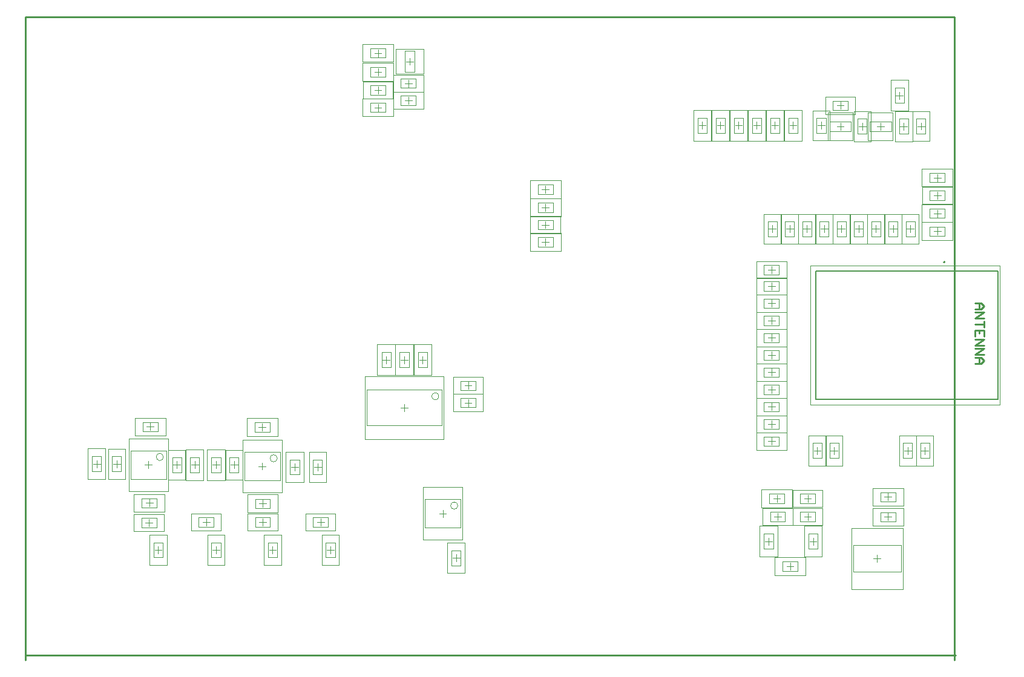
<source format=gm1>
G04*
G04 #@! TF.GenerationSoftware,Altium Limited,Altium Designer,22.0.2 (36)*
G04*
G04 Layer_Color=16711935*
%FSLAX44Y44*%
%MOMM*%
G71*
G04*
G04 #@! TF.SameCoordinates,44A75C0C-92E7-4886-82EC-FF5ABF5C97BD*
G04*
G04*
G04 #@! TF.FilePolarity,Positive*
G04*
G01*
G75*
%ADD11C,0.2540*%
%ADD13C,0.2000*%
%ADD14C,0.1000*%
%ADD15C,0.1270*%
%ADD16C,0.0500*%
D11*
X1300000D02*
Y900000D01*
X0D02*
X1300000D01*
X1270Y6350D02*
X1301270D01*
X0Y0D02*
Y900000D01*
X1300000Y0D02*
Y900000D01*
X0D02*
X1300000D01*
X1270Y6350D02*
X1301270D01*
X0Y0D02*
Y900000D01*
X1328170Y499660D02*
X1336634D01*
X1340866Y495428D01*
X1336634Y491196D01*
X1328170D01*
X1334518D01*
Y499660D01*
X1328170Y486964D02*
X1340866D01*
X1328170Y478500D01*
X1340866D01*
Y474268D02*
Y465804D01*
Y470036D01*
X1328170D01*
X1340866Y453108D02*
Y461572D01*
X1328170D01*
Y453108D01*
X1334518Y461572D02*
Y457340D01*
X1328170Y448876D02*
X1340866D01*
X1328170Y440412D01*
X1340866D01*
X1328170Y436181D02*
X1340866D01*
X1328170Y427717D01*
X1340866D01*
X1328170Y423485D02*
X1336634D01*
X1340866Y419253D01*
X1336634Y415021D01*
X1328170D01*
X1334518D01*
Y423485D01*
D13*
X1286770Y556660D02*
G03*
X1286770Y556660I-1000J0D01*
G01*
D14*
X578500Y369000D02*
G03*
X578500Y369000I-5000J0D01*
G01*
X605000Y216000D02*
G03*
X605000Y216000I-5000J0D01*
G01*
X352450Y282210D02*
G03*
X352450Y282210I-5000J0D01*
G01*
X193200Y284080D02*
G03*
X193200Y284080I-5000J0D01*
G01*
X1125270Y753760D02*
X1155270D01*
X1125270Y739760D02*
X1155270D01*
Y753760D01*
X1125270Y739760D02*
Y753760D01*
X1158170Y160320D02*
X1225170D01*
X1158170Y123320D02*
X1225170D01*
Y160320D01*
X1158170Y123320D02*
Y160320D01*
X477500Y378000D02*
X582500D01*
X477500Y328000D02*
X582500D01*
Y378000D01*
X477500Y328000D02*
Y378000D01*
X559000Y185000D02*
Y225000D01*
X609000Y185000D02*
Y225000D01*
X559000Y185000D02*
X609000D01*
X559000Y225000D02*
X609000D01*
X306450Y251210D02*
Y291210D01*
X356450Y251210D02*
Y291210D01*
X306450Y251210D02*
X356450D01*
X306450Y291210D02*
X356450D01*
X147200Y253080D02*
Y293080D01*
X197200Y253080D02*
Y293080D01*
X147200Y253080D02*
X197200D01*
X147200Y293080D02*
X197200D01*
X1084060Y232320D02*
X1105060D01*
X1084060Y219320D02*
X1105060D01*
X1084060D02*
Y232320D01*
X1105060Y219320D02*
Y232320D01*
X1042150Y206920D02*
X1063150D01*
X1042150Y193920D02*
X1063150D01*
X1042150D02*
Y206920D01*
X1063150Y193920D02*
Y206920D01*
X1084060D02*
X1105060D01*
X1084060Y193920D02*
X1105060D01*
X1084060D02*
Y206920D01*
X1105060Y193920D02*
Y206920D01*
X525500Y813500D02*
X546500D01*
X525500Y800500D02*
X546500D01*
X525500D02*
Y813500D01*
X546500Y800500D02*
Y813500D01*
X525500Y776500D02*
X546500D01*
X525500Y789500D02*
X546500D01*
Y776500D02*
Y789500D01*
X525500Y776500D02*
Y789500D01*
X596160Y132230D02*
Y153230D01*
X609160Y132230D02*
Y153230D01*
X596160Y132230D02*
X609160D01*
X596160Y153230D02*
X609160D01*
X1033440Y336700D02*
X1054440D01*
X1033440Y323700D02*
X1054440D01*
X1033440D02*
Y336700D01*
X1054440Y323700D02*
Y336700D01*
X1159360Y592750D02*
Y613750D01*
X1172360Y592750D02*
Y613750D01*
X1159360Y592750D02*
X1172360D01*
X1159360Y613750D02*
X1172360D01*
X1033440Y360830D02*
X1054440D01*
X1033440Y347830D02*
X1054440D01*
X1033440D02*
Y360830D01*
X1054440Y347830D02*
Y360830D01*
X1033440Y552600D02*
X1054440D01*
X1033440Y539600D02*
X1054440D01*
X1033440D02*
Y552600D01*
X1054440Y539600D02*
Y552600D01*
X1033440Y396090D02*
X1054440D01*
X1033440Y409090D02*
X1054440D01*
Y396090D02*
Y409090D01*
X1033440Y396090D02*
Y409090D01*
Y312570D02*
X1054440D01*
X1033440Y299570D02*
X1054440D01*
X1033440D02*
Y312570D01*
X1054440Y299570D02*
Y312570D01*
X1033440Y420220D02*
X1054440D01*
X1033440Y433220D02*
X1054440D01*
Y420220D02*
Y433220D01*
X1033440Y420220D02*
Y433220D01*
Y444350D02*
X1054440D01*
X1033440Y457350D02*
X1054440D01*
Y444350D02*
Y457350D01*
X1033440Y444350D02*
Y457350D01*
Y468480D02*
X1054440D01*
X1033440Y481480D02*
X1054440D01*
Y468480D02*
Y481480D01*
X1033440Y468480D02*
Y481480D01*
Y492610D02*
X1054440D01*
X1033440Y505610D02*
X1054440D01*
Y492610D02*
Y505610D01*
X1033440Y492610D02*
Y505610D01*
Y516740D02*
X1054440D01*
X1033440Y529740D02*
X1054440D01*
Y516740D02*
Y529740D01*
X1033440Y516740D02*
Y529740D01*
X1086970Y592750D02*
Y613750D01*
X1099970Y592750D02*
Y613750D01*
X1086970Y592750D02*
X1099970D01*
X1086970Y613750D02*
X1099970D01*
X1183490Y592750D02*
Y613750D01*
X1196490Y592750D02*
Y613750D01*
X1183490Y592750D02*
X1196490D01*
X1183490Y613750D02*
X1196490D01*
X1207620Y592750D02*
Y613750D01*
X1220620Y592750D02*
Y613750D01*
X1207620Y592750D02*
X1220620D01*
X1207620Y613750D02*
X1220620D01*
X1231750Y592750D02*
Y613750D01*
X1244750Y592750D02*
Y613750D01*
X1231750Y592750D02*
X1244750D01*
X1231750Y613750D02*
X1244750D01*
X609012Y390500D02*
X630012D01*
X609012Y377500D02*
X630012D01*
X609012D02*
Y390500D01*
X630012Y377500D02*
Y390500D01*
X609012Y366500D02*
X630012D01*
X609012Y353500D02*
X630012D01*
X609012D02*
Y366500D01*
X630012Y353500D02*
Y366500D01*
X1033440Y384960D02*
X1054440D01*
X1033440Y371960D02*
X1054440D01*
X1033440D02*
Y384960D01*
X1054440Y371960D02*
Y384960D01*
X1051710Y592750D02*
Y613750D01*
X1038710Y592750D02*
Y613750D01*
X1051710D01*
X1038710Y592750D02*
X1051710D01*
X1075840D02*
Y613750D01*
X1062840Y592750D02*
Y613750D01*
X1075840D01*
X1062840Y592750D02*
X1075840D01*
X1124100D02*
Y613750D01*
X1111100Y592750D02*
Y613750D01*
X1124100D01*
X1111100Y592750D02*
X1124100D01*
X1148230D02*
Y613750D01*
X1135230Y592750D02*
Y613750D01*
X1148230D01*
X1135230Y592750D02*
X1148230D01*
X1138070Y282500D02*
Y303500D01*
X1125070Y282500D02*
Y303500D01*
X1138070D01*
X1125070Y282500D02*
X1138070D01*
X1265070D02*
Y303500D01*
X1252070Y282500D02*
Y303500D01*
X1265070D01*
X1252070Y282500D02*
X1265070D01*
X1240940D02*
Y303500D01*
X1227940Y282500D02*
Y303500D01*
X1240940D01*
X1227940Y282500D02*
X1240940D01*
X1246500Y736500D02*
Y757500D01*
X1259500Y736500D02*
Y757500D01*
X1246500Y736500D02*
X1259500D01*
X1246500Y757500D02*
X1259500D01*
X1235510Y736260D02*
Y757260D01*
X1222510Y736260D02*
Y757260D01*
X1235510D01*
X1222510Y736260D02*
X1235510D01*
X1164440D02*
Y757260D01*
X1177440Y736260D02*
Y757260D01*
X1164440Y736260D02*
X1177440D01*
X1164440Y757260D02*
X1177440D01*
X1107100Y737530D02*
Y758530D01*
X1120100Y737530D02*
Y758530D01*
X1107100Y737530D02*
X1120100D01*
X1107100Y758530D02*
X1120100D01*
X1129770Y769470D02*
X1150770D01*
X1129770Y782470D02*
X1150770D01*
Y769470D02*
Y782470D01*
X1129770Y769470D02*
Y782470D01*
X1101500Y282500D02*
Y303500D01*
X1114500Y282500D02*
Y303500D01*
X1101500Y282500D02*
X1114500D01*
X1101500Y303500D02*
X1114500D01*
X162500Y198500D02*
X183500D01*
X162500Y185500D02*
X183500D01*
X162500D02*
Y198500D01*
X183500Y185500D02*
Y198500D01*
X192500Y143500D02*
Y164500D01*
X179500Y143500D02*
Y164500D01*
X192500D01*
X179500Y143500D02*
X192500D01*
X121250Y263850D02*
Y284850D01*
X134250Y263850D02*
Y284850D01*
X121250Y263850D02*
X134250D01*
X121250Y284850D02*
X134250D01*
X242500Y186500D02*
X263500D01*
X242500Y199500D02*
X263500D01*
Y186500D02*
Y199500D01*
X242500Y186500D02*
Y199500D01*
X273500Y143500D02*
Y164500D01*
X260500Y143500D02*
Y164500D01*
X273500D01*
X260500Y143500D02*
X273500D01*
X218500Y262500D02*
Y283500D01*
X205500Y262500D02*
Y283500D01*
X218500D01*
X205500Y262500D02*
X218500D01*
X321500Y199500D02*
X342500D01*
X321500Y186500D02*
X342500D01*
X321500D02*
Y199500D01*
X342500Y186500D02*
Y199500D01*
X352500Y143500D02*
Y164500D01*
X339500Y143500D02*
Y164500D01*
X352500D01*
X339500Y143500D02*
X352500D01*
X285500Y262500D02*
Y283500D01*
X298500Y262500D02*
Y283500D01*
X285500Y262500D02*
X298500D01*
X285500Y283500D02*
X298500D01*
X402500Y186500D02*
X423500D01*
X402500Y199500D02*
X423500D01*
Y186500D02*
Y199500D01*
X402500Y186500D02*
Y199500D01*
X433500Y143500D02*
Y164500D01*
X420500Y143500D02*
Y164500D01*
X433500D01*
X420500Y143500D02*
X433500D01*
X415420Y259440D02*
Y280440D01*
X402420Y259440D02*
Y280440D01*
X415420D01*
X402420Y259440D02*
X415420D01*
X530680Y822620D02*
Y852620D01*
X544680Y822620D02*
Y852620D01*
X530680D02*
X544680D01*
X530680Y822620D02*
X544680D01*
X1181340Y753760D02*
X1211340D01*
X1181340Y739760D02*
X1211340D01*
Y753760D01*
X1181340Y739760D02*
Y753760D01*
X482890Y803830D02*
X503890D01*
X482890Y790830D02*
X503890D01*
X482890D02*
Y803830D01*
X503890Y790830D02*
Y803830D01*
X717110Y615480D02*
X738110D01*
X717110Y602480D02*
X738110D01*
X717110D02*
Y615480D01*
X738110Y602480D02*
Y615480D01*
X1265500Y643500D02*
X1286500D01*
X1265500Y656500D02*
X1286500D01*
Y643500D02*
Y656500D01*
X1265500Y643500D02*
Y656500D01*
X1061880Y219320D02*
Y232320D01*
X1040880Y219320D02*
Y232320D01*
Y219320D02*
X1061880D01*
X1040880Y232320D02*
X1061880D01*
X498500Y430500D02*
X511500D01*
X498500Y409500D02*
X511500D01*
Y430500D01*
X498500Y409500D02*
Y430500D01*
X1067650Y758530D02*
X1080650D01*
X1067650Y737530D02*
X1080650D01*
Y758530D01*
X1067650Y737530D02*
Y758530D01*
X991450D02*
X1004450D01*
X991450Y737530D02*
X1004450D01*
Y758530D01*
X991450Y737530D02*
Y758530D01*
X966050D02*
X979050D01*
X966050Y737530D02*
X979050D01*
Y758530D01*
X966050Y737530D02*
Y758530D01*
X183970Y213240D02*
Y226240D01*
X162970Y213240D02*
Y226240D01*
Y213240D02*
X183970D01*
X162970Y226240D02*
X183970D01*
X185240Y319920D02*
Y332920D01*
X164240Y319920D02*
Y332920D01*
Y319920D02*
X185240D01*
X164240Y332920D02*
X185240D01*
X342500Y212500D02*
Y225500D01*
X321500Y212500D02*
Y225500D01*
Y212500D02*
X342500D01*
X321500Y225500D02*
X342500D01*
X341950Y319320D02*
Y332320D01*
X320950Y319320D02*
Y332320D01*
Y319320D02*
X341950D01*
X320950Y332320D02*
X341950D01*
X1095680Y155630D02*
Y176630D01*
X1108680Y155630D02*
Y176630D01*
X1095680Y155630D02*
X1108680D01*
X1095680Y176630D02*
X1108680D01*
X1196410Y193740D02*
X1217410D01*
X1196410Y206740D02*
X1217410D01*
Y193740D02*
Y206740D01*
X1196410Y193740D02*
Y206740D01*
Y221680D02*
X1217410D01*
X1196410Y234680D02*
X1217410D01*
Y221680D02*
Y234680D01*
X1196410Y221680D02*
Y234680D01*
X1033450Y155630D02*
Y176630D01*
X1046450Y155630D02*
Y176630D01*
X1033450Y155630D02*
X1046450D01*
X1033450Y176630D02*
X1046450D01*
X1059500Y124500D02*
X1080500D01*
X1059500Y137500D02*
X1080500D01*
Y124500D02*
Y137500D01*
X1059500Y124500D02*
Y137500D01*
X562500Y409500D02*
Y430500D01*
X549500Y409500D02*
Y430500D01*
X562500D01*
X549500Y409500D02*
X562500D01*
X536550Y409590D02*
Y430590D01*
X523550Y409590D02*
Y430590D01*
X536550D01*
X523550Y409590D02*
X536550D01*
X482890Y766700D02*
X503890D01*
X482890Y779700D02*
X503890D01*
Y766700D02*
Y779700D01*
X482890Y766700D02*
Y779700D01*
Y816230D02*
X503890D01*
X482890Y829230D02*
X503890D01*
Y816230D02*
Y829230D01*
X482890Y816230D02*
Y829230D01*
Y842900D02*
X503890D01*
X482890Y855900D02*
X503890D01*
Y842900D02*
Y855900D01*
X482890Y842900D02*
Y855900D01*
X717110Y591350D02*
X738110D01*
X717110Y578350D02*
X738110D01*
X717110D02*
Y591350D01*
X738110Y578350D02*
Y591350D01*
X717110Y639610D02*
X738110D01*
X717110Y626610D02*
X738110D01*
X717110D02*
Y639610D01*
X738110Y626610D02*
Y639610D01*
X717110Y665010D02*
X738110D01*
X717110Y652010D02*
X738110D01*
X717110D02*
Y665010D01*
X738110Y652010D02*
Y665010D01*
X1265500Y681500D02*
X1286500D01*
X1265500Y668500D02*
X1286500D01*
X1265500D02*
Y681500D01*
X1286500Y668500D02*
Y681500D01*
X1265500Y593500D02*
X1286500D01*
X1265500Y606500D02*
X1286500D01*
Y593500D02*
Y606500D01*
X1265500Y593500D02*
Y606500D01*
Y618500D02*
X1286500D01*
X1265500Y631500D02*
X1286500D01*
Y618500D02*
Y631500D01*
X1265500Y618500D02*
Y631500D01*
X1229500Y779500D02*
Y800500D01*
X1216500Y779500D02*
Y800500D01*
X1229500D01*
X1216500Y779500D02*
X1229500D01*
X1055250Y737530D02*
Y758530D01*
X1042250Y737530D02*
Y758530D01*
X1055250D01*
X1042250Y737530D02*
X1055250D01*
X1029850D02*
Y758530D01*
X1016850Y737530D02*
Y758530D01*
X1029850D01*
X1016850Y737530D02*
X1029850D01*
X953650D02*
Y758530D01*
X940650Y737530D02*
Y758530D01*
X953650D01*
X940650Y737530D02*
X953650D01*
X93310Y263850D02*
Y284850D01*
X106310Y263850D02*
Y284850D01*
X93310Y263850D02*
X106310D01*
X93310Y284850D02*
X106310D01*
X243500Y262500D02*
Y283500D01*
X230500Y262500D02*
Y283500D01*
X243500D01*
X230500Y262500D02*
X243500D01*
X260500D02*
Y283500D01*
X273500Y262500D02*
Y283500D01*
X260500Y262500D02*
X273500D01*
X260500Y283500D02*
X273500D01*
X383416Y259440D02*
Y280440D01*
X370416Y259440D02*
Y280440D01*
X383416D01*
X370416Y259440D02*
X383416D01*
X1140270Y741760D02*
Y751760D01*
X1135270Y746760D02*
X1145270D01*
X1191670Y136820D02*
Y146820D01*
X1186670Y141820D02*
X1196670D01*
X530000Y348000D02*
Y358000D01*
X525000Y353000D02*
X535000D01*
X579000Y205000D02*
X589000D01*
X584000Y200000D02*
Y210000D01*
X326450Y271210D02*
X336450D01*
X331450Y266210D02*
Y276210D01*
X167200Y273080D02*
X177200D01*
X172200Y268080D02*
Y278080D01*
X1094560Y220820D02*
Y230820D01*
X1089560Y225820D02*
X1099560D01*
X1052650Y195420D02*
Y205420D01*
X1047650Y200420D02*
X1057650D01*
X1094560Y195420D02*
Y205420D01*
X1089560Y200420D02*
X1099560D01*
X536000Y802000D02*
Y812000D01*
X531000Y807000D02*
X541000D01*
X536000Y778000D02*
Y788000D01*
X531000Y783000D02*
X541000D01*
X597660Y142730D02*
X607660D01*
X602660Y137730D02*
Y147730D01*
X1043940Y325200D02*
Y335200D01*
X1038940Y330200D02*
X1048940D01*
X1160860Y603250D02*
X1170860D01*
X1165860Y598250D02*
Y608250D01*
X1043940Y349330D02*
Y359330D01*
X1038940Y354330D02*
X1048940D01*
X1043940Y541100D02*
Y551100D01*
X1038940Y546100D02*
X1048940D01*
X1043940Y397590D02*
Y407590D01*
X1038940Y402590D02*
X1048940D01*
X1043940Y301070D02*
Y311070D01*
X1038940Y306070D02*
X1048940D01*
X1043940Y421720D02*
Y431720D01*
X1038940Y426720D02*
X1048940D01*
X1043940Y445850D02*
Y455850D01*
X1038940Y450850D02*
X1048940D01*
X1043940Y469980D02*
Y479980D01*
X1038940Y474980D02*
X1048940D01*
X1043940Y494110D02*
Y504110D01*
X1038940Y499110D02*
X1048940D01*
X1043940Y518240D02*
Y528240D01*
X1038940Y523240D02*
X1048940D01*
X1088470Y603250D02*
X1098470D01*
X1093470Y598250D02*
Y608250D01*
X1184990Y603250D02*
X1194990D01*
X1189990Y598250D02*
Y608250D01*
X1209120Y603250D02*
X1219120D01*
X1214120Y598250D02*
Y608250D01*
X1233250Y603250D02*
X1243250D01*
X1238250Y598250D02*
Y608250D01*
X619512Y379000D02*
Y389000D01*
X614512Y384000D02*
X624512D01*
X619512Y355000D02*
Y365000D01*
X614512Y360000D02*
X624512D01*
X1043940Y373460D02*
Y383460D01*
X1038940Y378460D02*
X1048940D01*
X1040210Y603250D02*
X1050210D01*
X1045210Y598250D02*
Y608250D01*
X1064340Y603250D02*
X1074340D01*
X1069340Y598250D02*
Y608250D01*
X1112600Y603250D02*
X1122600D01*
X1117600Y598250D02*
Y608250D01*
X1136730Y603250D02*
X1146730D01*
X1141730Y598250D02*
Y608250D01*
X1126570Y293000D02*
X1136570D01*
X1131570Y288000D02*
Y298000D01*
X1253570Y293000D02*
X1263570D01*
X1258570Y288000D02*
Y298000D01*
X1229440Y293000D02*
X1239440D01*
X1234440Y288000D02*
Y298000D01*
X1248000Y747000D02*
X1258000D01*
X1253000Y742000D02*
Y752000D01*
X1224010Y746760D02*
X1234010D01*
X1229010Y741760D02*
Y751760D01*
X1165940Y746760D02*
X1175940D01*
X1170940Y741760D02*
Y751760D01*
X1108600Y748030D02*
X1118600D01*
X1113600Y743030D02*
Y753030D01*
X1140270Y770970D02*
Y780970D01*
X1135270Y775970D02*
X1145270D01*
X1103000Y293000D02*
X1113000D01*
X1108000Y288000D02*
Y298000D01*
X173000Y187000D02*
Y197000D01*
X168000Y192000D02*
X178000D01*
X181000Y154000D02*
X191000D01*
X186000Y149000D02*
Y159000D01*
X122750Y274350D02*
X132750D01*
X127750Y269350D02*
Y279350D01*
X253000Y188000D02*
Y198000D01*
X248000Y193000D02*
X258000D01*
X262000Y154000D02*
X272000D01*
X267000Y149000D02*
Y159000D01*
X207000Y273000D02*
X217000D01*
X212000Y268000D02*
Y278000D01*
X332000Y188000D02*
Y198000D01*
X327000Y193000D02*
X337000D01*
X341000Y154000D02*
X351000D01*
X346000Y149000D02*
Y159000D01*
X287000Y273000D02*
X297000D01*
X292000Y268000D02*
Y278000D01*
X413000Y188000D02*
Y198000D01*
X408000Y193000D02*
X418000D01*
X422000Y154000D02*
X432000D01*
X427000Y149000D02*
Y159000D01*
X403920Y269940D02*
X413920D01*
X408920Y264940D02*
Y274940D01*
X532680Y837620D02*
X542680D01*
X537680Y832620D02*
Y842620D01*
X1196340Y741760D02*
Y751760D01*
X1191340Y746760D02*
X1201340D01*
X493390Y792330D02*
Y802330D01*
X488390Y797330D02*
X498390D01*
X727610Y603980D02*
Y613980D01*
X722610Y608980D02*
X732610D01*
X1276000Y645000D02*
Y655000D01*
X1271000Y650000D02*
X1281000D01*
X1046380Y225820D02*
X1056380D01*
X1051380Y220820D02*
Y230820D01*
X505000Y415000D02*
Y425000D01*
X500000Y420000D02*
X510000D01*
X1074150Y743030D02*
Y753030D01*
X1069150Y748030D02*
X1079150D01*
X997950Y743030D02*
Y753030D01*
X992950Y748030D02*
X1002950D01*
X972550Y743030D02*
Y753030D01*
X967550Y748030D02*
X977550D01*
X168470Y219740D02*
X178470D01*
X173470Y214740D02*
Y224740D01*
X169740Y326420D02*
X179740D01*
X174740Y321420D02*
Y331420D01*
X327000Y219000D02*
X337000D01*
X332000Y214000D02*
Y224000D01*
X326450Y325820D02*
X336450D01*
X331450Y320820D02*
Y330820D01*
X1097180Y166130D02*
X1107180D01*
X1102180Y161130D02*
Y171130D01*
X1206910Y195240D02*
Y205240D01*
X1201910Y200240D02*
X1211910D01*
X1206910Y223180D02*
Y233180D01*
X1201910Y228180D02*
X1211910D01*
X1034950Y166130D02*
X1044950D01*
X1039950Y161130D02*
Y171130D01*
X1070000Y126000D02*
Y136000D01*
X1065000Y131000D02*
X1075000D01*
X551000Y420000D02*
X561000D01*
X556000Y415000D02*
Y425000D01*
X525050Y420090D02*
X535050D01*
X530050Y415090D02*
Y425090D01*
X493390Y768200D02*
Y778200D01*
X488390Y773200D02*
X498390D01*
X493390Y817730D02*
Y827730D01*
X488390Y822730D02*
X498390D01*
X493390Y844400D02*
Y854400D01*
X488390Y849400D02*
X498390D01*
X727610Y579850D02*
Y589850D01*
X722610Y584850D02*
X732610D01*
X727610Y628110D02*
Y638110D01*
X722610Y633110D02*
X732610D01*
X727610Y653510D02*
Y663510D01*
X722610Y658510D02*
X732610D01*
X1276000Y670000D02*
Y680000D01*
X1271000Y675000D02*
X1281000D01*
X1276000Y595000D02*
Y605000D01*
X1271000Y600000D02*
X1281000D01*
X1276000Y620000D02*
Y630000D01*
X1271000Y625000D02*
X1281000D01*
X1218000Y790000D02*
X1228000D01*
X1223000Y785000D02*
Y795000D01*
X1043750Y748030D02*
X1053750D01*
X1048750Y743030D02*
Y753030D01*
X1018350Y748030D02*
X1028350D01*
X1023350Y743030D02*
Y753030D01*
X942150Y748030D02*
X952150D01*
X947150Y743030D02*
Y753030D01*
X94810Y274350D02*
X104810D01*
X99810Y269350D02*
Y279350D01*
X232000Y273000D02*
X242000D01*
X237000Y268000D02*
Y278000D01*
X262000Y273000D02*
X272000D01*
X267000Y268000D02*
Y278000D01*
X371916Y269940D02*
X381916D01*
X376916Y264940D02*
Y274940D01*
D15*
X1360670Y364660D02*
Y544660D01*
X1300670Y364660D02*
X1360670D01*
X1105670D02*
X1300670D01*
X1105670D02*
Y544660D01*
X1300670D01*
X1360670D01*
X1300670Y364660D02*
Y544660D01*
D16*
X1122770Y766010D02*
X1157770D01*
X1122770Y727510D02*
X1157770D01*
Y766010D01*
X1122770Y727510D02*
Y766010D01*
X1155670Y184320D02*
X1227670D01*
X1155670Y99320D02*
X1227670D01*
Y184320D01*
X1155670Y99320D02*
Y184320D01*
X475000Y397000D02*
X585000D01*
X475000Y309000D02*
X585000D01*
Y397000D01*
X475000Y309000D02*
Y397000D01*
X556500Y168000D02*
Y242000D01*
X611500Y168000D02*
Y242000D01*
X556500Y168000D02*
X611500D01*
X556500Y242000D02*
X611500D01*
X303950Y234210D02*
Y308210D01*
X358950Y234210D02*
Y308210D01*
X303950Y234210D02*
X358950D01*
X303950Y308210D02*
X358950D01*
X144700Y236080D02*
Y310080D01*
X199700Y236080D02*
Y310080D01*
X144700Y236080D02*
X199700D01*
X144700Y310080D02*
X199700D01*
X1098170Y552160D02*
X1363170D01*
Y357160D02*
Y552160D01*
X1098170Y357160D02*
X1363170D01*
X1098170D02*
Y552160D01*
X1073560Y237820D02*
X1115560D01*
X1073560Y213820D02*
X1115560D01*
X1073560D02*
Y237820D01*
X1115560Y213820D02*
Y237820D01*
X1031650Y212420D02*
X1073650D01*
X1031650Y188420D02*
X1073650D01*
X1031650D02*
Y212420D01*
X1073650Y188420D02*
Y212420D01*
X1073560D02*
X1115560D01*
X1073560Y188420D02*
X1115560D01*
X1073560D02*
Y212420D01*
X1115560Y188420D02*
Y212420D01*
X515000Y819000D02*
X557000D01*
X515000Y795000D02*
X557000D01*
X515000D02*
Y819000D01*
X557000Y795000D02*
Y819000D01*
X515000Y771000D02*
X557000D01*
X515000Y795000D02*
X557000D01*
Y771000D02*
Y795000D01*
X515000Y771000D02*
Y795000D01*
X590660Y121730D02*
Y163730D01*
X614660Y121730D02*
Y163730D01*
X590660Y121730D02*
X614660D01*
X590660Y163730D02*
X614660D01*
X1022940Y342200D02*
X1064940D01*
X1022940Y318200D02*
X1064940D01*
X1022940D02*
Y342200D01*
X1064940Y318200D02*
Y342200D01*
X1153860Y582250D02*
Y624250D01*
X1177860Y582250D02*
Y624250D01*
X1153860Y582250D02*
X1177860D01*
X1153860Y624250D02*
X1177860D01*
X1022940Y366330D02*
X1064940D01*
X1022940Y342330D02*
X1064940D01*
X1022940D02*
Y366330D01*
X1064940Y342330D02*
Y366330D01*
X1022940Y558100D02*
X1064940D01*
X1022940Y534100D02*
X1064940D01*
X1022940D02*
Y558100D01*
X1064940Y534100D02*
Y558100D01*
X1022940Y390590D02*
X1064940D01*
X1022940Y414590D02*
X1064940D01*
Y390590D02*
Y414590D01*
X1022940Y390590D02*
Y414590D01*
X1022940Y318070D02*
X1064940D01*
X1022940Y294070D02*
X1064940D01*
X1022940D02*
Y318070D01*
X1064940Y294070D02*
Y318070D01*
X1022940Y414720D02*
X1064940D01*
X1022940Y438720D02*
X1064940D01*
Y414720D02*
Y438720D01*
X1022940Y414720D02*
Y438720D01*
Y438850D02*
X1064940D01*
X1022940Y462850D02*
X1064940D01*
Y438850D02*
Y462850D01*
X1022940Y438850D02*
Y462850D01*
Y462980D02*
X1064940D01*
X1022940Y486980D02*
X1064940D01*
Y462980D02*
Y486980D01*
X1022940Y462980D02*
Y486980D01*
Y487110D02*
X1064940D01*
X1022940Y511110D02*
X1064940D01*
Y487110D02*
Y511110D01*
X1022940Y487110D02*
Y511110D01*
Y511240D02*
X1064940D01*
X1022940Y535240D02*
X1064940D01*
Y511240D02*
Y535240D01*
X1022940Y511240D02*
Y535240D01*
X1081470Y582250D02*
Y624250D01*
X1105470Y582250D02*
Y624250D01*
X1081470Y582250D02*
X1105470D01*
X1081470Y624250D02*
X1105470D01*
X1177990Y582250D02*
Y624250D01*
X1201990Y582250D02*
Y624250D01*
X1177990Y582250D02*
X1201990D01*
X1177990Y624250D02*
X1201990D01*
X1202120Y582250D02*
Y624250D01*
X1226120Y582250D02*
Y624250D01*
X1202120Y582250D02*
X1226120D01*
X1202120Y624250D02*
X1226120D01*
X1226250Y582250D02*
Y624250D01*
X1250250Y582250D02*
Y624250D01*
X1226250Y582250D02*
X1250250D01*
X1226250Y624250D02*
X1250250D01*
X598512Y396000D02*
X640512D01*
X598512Y372000D02*
X640512D01*
X598512D02*
Y396000D01*
X640512Y372000D02*
Y396000D01*
X598512Y372000D02*
X640512D01*
X598512Y348000D02*
X640512D01*
X598512D02*
Y372000D01*
X640512Y348000D02*
Y372000D01*
X1022940Y390460D02*
X1064940D01*
X1022940Y366460D02*
X1064940D01*
X1022940D02*
Y390460D01*
X1064940Y366460D02*
Y390460D01*
X1057210Y582250D02*
Y624250D01*
X1033210Y582250D02*
Y624250D01*
X1057210D01*
X1033210Y582250D02*
X1057210D01*
X1081340D02*
Y624250D01*
X1057340Y582250D02*
Y624250D01*
X1081340D01*
X1057340Y582250D02*
X1081340D01*
X1129600D02*
Y624250D01*
X1105600Y582250D02*
Y624250D01*
X1129600D01*
X1105600Y582250D02*
X1129600D01*
X1153730D02*
Y624250D01*
X1129730Y582250D02*
Y624250D01*
X1153730D01*
X1129730Y582250D02*
X1153730D01*
X1143570Y272000D02*
Y314000D01*
X1119570Y272000D02*
Y314000D01*
X1143570D01*
X1119570Y272000D02*
X1143570D01*
X1270570D02*
Y314000D01*
X1246570Y272000D02*
Y314000D01*
X1270570D01*
X1246570Y272000D02*
X1270570D01*
X1246440D02*
Y314000D01*
X1222440Y272000D02*
Y314000D01*
X1246440D01*
X1222440Y272000D02*
X1246440D01*
X1241000Y726000D02*
Y768000D01*
X1265000Y726000D02*
Y768000D01*
X1241000Y726000D02*
X1265000D01*
X1241000Y768000D02*
X1265000D01*
X1241010Y725760D02*
Y767760D01*
X1217010Y725760D02*
Y767760D01*
X1241010D01*
X1217010Y725760D02*
X1241010D01*
X1158940Y725760D02*
Y767760D01*
X1182940Y725760D02*
Y767760D01*
X1158940Y725760D02*
X1182940D01*
X1158940Y767760D02*
X1182940D01*
X1101600Y727030D02*
Y769030D01*
X1125600Y727030D02*
Y769030D01*
X1101600Y727030D02*
X1125600D01*
X1101600Y769030D02*
X1125600D01*
X1119270Y763970D02*
X1161270D01*
X1119270Y787970D02*
X1161270D01*
Y763970D02*
Y787970D01*
X1119270Y763970D02*
Y787970D01*
X1096000Y272000D02*
Y314000D01*
X1120000Y272000D02*
Y314000D01*
X1096000Y272000D02*
X1120000D01*
X1096000Y314000D02*
X1120000D01*
X152000Y204000D02*
X194000D01*
X152000Y180000D02*
X194000D01*
X152000D02*
Y204000D01*
X194000Y180000D02*
Y204000D01*
X198000Y133000D02*
Y175000D01*
X174000Y133000D02*
Y175000D01*
X198000D01*
X174000Y133000D02*
X198000D01*
X115750Y253350D02*
Y295350D01*
X139750Y253350D02*
Y295350D01*
X115750Y253350D02*
X139750D01*
X115750Y295350D02*
X139750D01*
X232000Y181000D02*
X274000D01*
X232000Y205000D02*
X274000D01*
Y181000D02*
Y205000D01*
X232000Y181000D02*
Y205000D01*
X279000Y133000D02*
Y175000D01*
X255000Y133000D02*
Y175000D01*
X279000D01*
X255000Y133000D02*
X279000D01*
X224000Y252000D02*
Y294000D01*
X200000Y252000D02*
Y294000D01*
X224000D01*
X200000Y252000D02*
X224000D01*
X311000Y205000D02*
X353000D01*
X311000Y181000D02*
X353000D01*
X311000D02*
Y205000D01*
X353000Y181000D02*
Y205000D01*
X358000Y133000D02*
Y175000D01*
X334000Y133000D02*
Y175000D01*
X358000D01*
X334000Y133000D02*
X358000D01*
X280000Y252000D02*
Y294000D01*
X304000Y252000D02*
Y294000D01*
X280000Y252000D02*
X304000D01*
X280000Y294000D02*
X304000D01*
X392000Y181000D02*
X434000D01*
X392000Y205000D02*
X434000D01*
Y181000D02*
Y205000D01*
X392000Y181000D02*
Y205000D01*
X439000Y133000D02*
Y175000D01*
X415000Y133000D02*
Y175000D01*
X439000D01*
X415000Y133000D02*
X439000D01*
X420920Y248940D02*
Y290940D01*
X396920Y248940D02*
Y290940D01*
X420920D01*
X396920Y248940D02*
X420920D01*
X518430Y820120D02*
Y855120D01*
X556930Y820120D02*
Y855120D01*
X518430D02*
X556930D01*
X518430Y820120D02*
X556930D01*
X1178840Y766010D02*
X1213840D01*
X1178840Y727510D02*
X1213840D01*
Y766010D01*
X1178840Y727510D02*
Y766010D01*
X472390Y809330D02*
X514390D01*
X472390Y785330D02*
X514390D01*
X472390D02*
Y809330D01*
X514390Y785330D02*
Y809330D01*
X706610Y620980D02*
X748610D01*
X706610Y596980D02*
X748610D01*
X706610D02*
Y620980D01*
X748610Y596980D02*
Y620980D01*
X1255000Y638000D02*
X1297000D01*
X1255000Y662000D02*
X1297000D01*
Y638000D02*
Y662000D01*
X1255000Y638000D02*
Y662000D01*
X1072880Y213320D02*
Y238320D01*
X1029880Y213320D02*
Y238320D01*
Y213320D02*
X1072880D01*
X1029880Y238320D02*
X1072880D01*
X492500Y441500D02*
X517500D01*
X492500Y398500D02*
X517500D01*
Y441500D01*
X492500Y398500D02*
Y441500D01*
X1061650Y769530D02*
X1086650D01*
X1061650Y726530D02*
X1086650D01*
Y769530D01*
X1061650Y726530D02*
Y769530D01*
X985450D02*
X1010450D01*
X985450Y726530D02*
X1010450D01*
Y769530D01*
X985450Y726530D02*
Y769530D01*
X960050D02*
X985050D01*
X960050Y726530D02*
X985050D01*
Y769530D01*
X960050Y726530D02*
Y769530D01*
X194970Y207240D02*
Y232240D01*
X151970Y207240D02*
Y232240D01*
Y207240D02*
X194970D01*
X151970Y232240D02*
X194970D01*
X196240Y313920D02*
Y338920D01*
X153240Y313920D02*
Y338920D01*
Y313920D02*
X196240D01*
X153240Y338920D02*
X196240D01*
X353500Y206500D02*
Y231500D01*
X310500Y206500D02*
Y231500D01*
Y206500D02*
X353500D01*
X310500Y231500D02*
X353500D01*
X352950Y313320D02*
Y338320D01*
X309950Y313320D02*
Y338320D01*
Y313320D02*
X352950D01*
X309950Y338320D02*
X352950D01*
X1089680Y144630D02*
Y187630D01*
X1114680Y144630D02*
Y187630D01*
X1089680Y144630D02*
X1114680D01*
X1089680Y187630D02*
X1114680D01*
X1185410Y187740D02*
X1228410D01*
X1185410Y212740D02*
X1228410D01*
Y187740D02*
Y212740D01*
X1185410Y187740D02*
Y212740D01*
Y215680D02*
X1228410D01*
X1185410Y240680D02*
X1228410D01*
Y215680D02*
Y240680D01*
X1185410Y215680D02*
Y240680D01*
X1027450Y144630D02*
Y187630D01*
X1052450Y144630D02*
Y187630D01*
X1027450Y144630D02*
X1052450D01*
X1027450Y187630D02*
X1052450D01*
X1048500Y118500D02*
X1091500D01*
X1048500Y143500D02*
X1091500D01*
Y118500D02*
Y143500D01*
X1048500Y118500D02*
Y143500D01*
X568500Y398500D02*
Y441500D01*
X543500Y398500D02*
Y441500D01*
X568500D01*
X543500Y398500D02*
X568500D01*
X542550Y398590D02*
Y441590D01*
X517550Y398590D02*
Y441590D01*
X542550D01*
X517550Y398590D02*
X542550D01*
X471890Y760700D02*
X514890D01*
X471890Y785700D02*
X514890D01*
Y760700D02*
Y785700D01*
X471890Y760700D02*
Y785700D01*
Y810230D02*
X514890D01*
X471890Y835230D02*
X514890D01*
Y810230D02*
Y835230D01*
X471890Y810230D02*
Y835230D01*
Y836900D02*
X514890D01*
X471890Y861900D02*
X514890D01*
Y836900D02*
Y861900D01*
X471890Y836900D02*
Y861900D01*
X706110Y597350D02*
X749110D01*
X706110Y572350D02*
X749110D01*
X706110D02*
Y597350D01*
X749110Y572350D02*
Y597350D01*
X706110Y645610D02*
X749110D01*
X706110Y620610D02*
X749110D01*
X706110D02*
Y645610D01*
X749110Y620610D02*
Y645610D01*
X706110Y671010D02*
X749110D01*
X706110Y646010D02*
X749110D01*
X706110D02*
Y671010D01*
X749110Y646010D02*
Y671010D01*
X1254500Y687500D02*
X1297500D01*
X1254500Y662500D02*
X1297500D01*
X1254500D02*
Y687500D01*
X1297500Y662500D02*
Y687500D01*
X1254500Y587500D02*
X1297500D01*
X1254500Y612500D02*
X1297500D01*
Y587500D02*
Y612500D01*
X1254500Y587500D02*
Y612500D01*
X1297500D01*
X1254500Y637500D02*
X1297500D01*
Y612500D02*
Y637500D01*
X1254500Y612500D02*
Y637500D01*
X1235500Y768500D02*
Y811500D01*
X1210500Y768500D02*
Y811500D01*
X1235500D01*
X1210500Y768500D02*
X1235500D01*
X1061250Y726530D02*
Y769530D01*
X1036250Y726530D02*
Y769530D01*
X1061250D01*
X1036250Y726530D02*
X1061250D01*
X1035850D02*
Y769530D01*
X1010850Y726530D02*
Y769530D01*
X1035850D01*
X1010850Y726530D02*
X1035850D01*
X959650D02*
Y769530D01*
X934650Y726530D02*
Y769530D01*
X959650D01*
X934650Y726530D02*
X959650D01*
X87310Y252850D02*
Y295850D01*
X112310Y252850D02*
Y295850D01*
X87310Y252850D02*
X112310D01*
X87310Y295850D02*
X112310D01*
X249500Y251500D02*
Y294500D01*
X224500Y251500D02*
Y294500D01*
X249500D01*
X224500Y251500D02*
X249500D01*
X254500Y251500D02*
Y294500D01*
X279500Y251500D02*
Y294500D01*
X254500Y251500D02*
X279500D01*
X254500Y294500D02*
X279500D01*
X389416Y248440D02*
Y291440D01*
X364416Y248440D02*
Y291440D01*
X389416D01*
X364416Y248440D02*
X389416D01*
M02*

</source>
